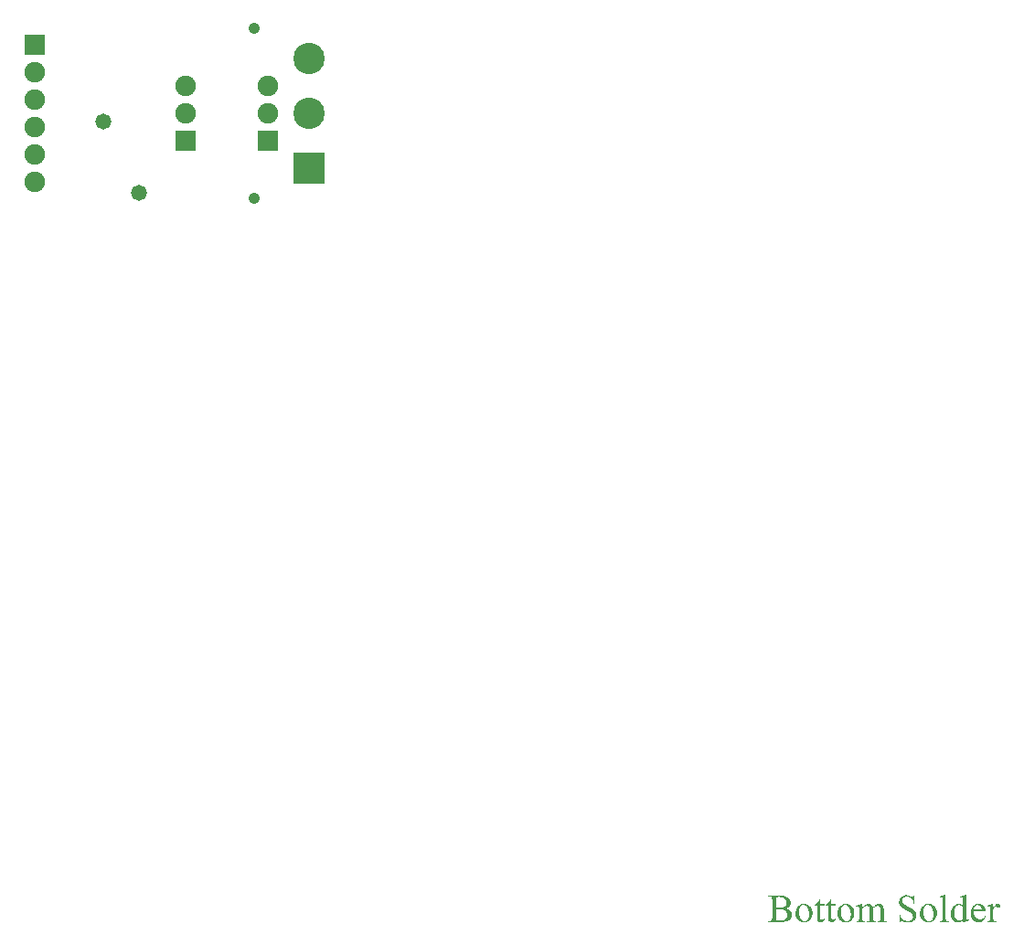
<source format=gbr>
%TF.GenerationSoftware,Altium Limited,Altium Designer,21.3.0 (21)*%
G04 Layer_Color=16711935*
%FSLAX45Y45*%
%MOMM*%
%TF.SameCoordinates,798F48EE-B9F3-42F3-8741-5E889E50E555*%
%TF.FilePolarity,Negative*%
%TF.FileFunction,Soldermask,Bot*%
%TF.Part,Single*%
G01*
G75*
%TA.AperFunction,ComponentPad*%
%ADD25C,2.90320*%
%ADD26R,2.90320X2.90320*%
%ADD27C,1.90320*%
%ADD28R,1.90320X1.90320*%
%ADD29R,1.90320X1.90320*%
%TA.AperFunction,ViaPad*%
%ADD30C,1.06680*%
%ADD31C,1.47320*%
G36*
X31326328Y12485784D02*
X31319556D01*
Y12486122D01*
Y12486799D01*
X31319217Y12488154D01*
X31318878Y12489846D01*
X31318542Y12491878D01*
X31318201Y12494248D01*
X31316849Y12499665D01*
X31315155Y12505760D01*
X31313123Y12512193D01*
X31310754Y12518287D01*
X31307706Y12524043D01*
Y12524382D01*
X31307367Y12524720D01*
X31306351Y12526413D01*
X31304321Y12529122D01*
X31301611Y12532508D01*
X31298227Y12536232D01*
X31294162Y12539957D01*
X31289423Y12543681D01*
X31284006Y12547067D01*
X31283328Y12547405D01*
X31281296Y12548421D01*
X31278250Y12549776D01*
X31274185Y12551468D01*
X31269446Y12552823D01*
X31264029Y12554177D01*
X31258273Y12555193D01*
X31252179Y12555531D01*
X31249130D01*
X31245746Y12554854D01*
X31241345Y12554177D01*
X31236603Y12552823D01*
X31231186Y12550791D01*
X31226108Y12547744D01*
X31221368Y12544020D01*
X31221030Y12543342D01*
X31219675Y12541988D01*
X31217642Y12539618D01*
X31215613Y12536571D01*
X31213242Y12532508D01*
X31211548Y12528106D01*
X31210193Y12523366D01*
X31209518Y12517949D01*
Y12517610D01*
Y12516256D01*
X31209857Y12513886D01*
X31210532Y12511516D01*
X31211209Y12508469D01*
X31212564Y12505083D01*
X31214597Y12501358D01*
X31216965Y12497972D01*
X31217642Y12497295D01*
X31218320Y12496618D01*
X31219336Y12495602D01*
X31220691Y12494248D01*
X31222723Y12492555D01*
X31225092Y12490524D01*
X31227802Y12488492D01*
X31231186Y12486122D01*
X31234912Y12483413D01*
X31239313Y12480366D01*
X31244052Y12476980D01*
X31249469Y12473595D01*
X31255902Y12470209D01*
X31262674Y12466146D01*
X31270123Y12462083D01*
X31270462Y12461744D01*
X31271478Y12461406D01*
X31273508Y12460390D01*
X31275540Y12459036D01*
X31278250Y12457681D01*
X31281635Y12455650D01*
X31288745Y12451587D01*
X31296194Y12447185D01*
X31303983Y12442445D01*
X31311093Y12438043D01*
X31313800Y12436012D01*
X31316510Y12433980D01*
X31317188Y12433642D01*
X31318542Y12432288D01*
X31320911Y12430256D01*
X31323618Y12427547D01*
X31326666Y12424162D01*
X31330051Y12420099D01*
X31333099Y12415697D01*
X31335809Y12410957D01*
X31336148Y12410280D01*
X31336823Y12408587D01*
X31337839Y12405878D01*
X31339194Y12402492D01*
X31340549Y12398429D01*
X31341565Y12393689D01*
X31342242Y12388610D01*
X31342581Y12383193D01*
Y12382855D01*
Y12381839D01*
Y12380485D01*
X31342242Y12378453D01*
X31341904Y12376083D01*
X31341565Y12373374D01*
X31339871Y12366941D01*
X31337164Y12359492D01*
X31335471Y12355429D01*
X31333438Y12351366D01*
X31331067Y12347303D01*
X31328021Y12343240D01*
X31324634Y12339178D01*
X31320911Y12335453D01*
X31320572Y12335115D01*
X31319894Y12334776D01*
X31318878Y12333760D01*
X31317188Y12332406D01*
X31314816Y12331052D01*
X31312445Y12329359D01*
X31309399Y12327327D01*
X31306012Y12325634D01*
X31302289Y12323941D01*
X31298227Y12321910D01*
X31293484Y12320217D01*
X31288745Y12318863D01*
X31283667Y12317508D01*
X31277911Y12316831D01*
X31272156Y12316154D01*
X31266061Y12315815D01*
X31262335D01*
X31259628Y12316154D01*
X31256580D01*
X31253195Y12316493D01*
X31246085Y12317508D01*
X31245746D01*
X31245068Y12317847D01*
X31243375Y12318185D01*
X31241345Y12318863D01*
X31237958Y12319540D01*
X31234235Y12320555D01*
X31229156Y12322248D01*
X31223059Y12323941D01*
X31222723D01*
X31222382Y12324280D01*
X31220352Y12324957D01*
X31217307Y12325634D01*
X31213919Y12326989D01*
X31210193Y12328004D01*
X31206470Y12328681D01*
X31203424Y12329359D01*
X31201053Y12329697D01*
X31200375D01*
X31198682Y12329359D01*
X31196313Y12328681D01*
X31193942Y12326989D01*
X31193604Y12326311D01*
X31192926Y12325634D01*
X31192587Y12324618D01*
X31191910Y12322926D01*
X31191235Y12321233D01*
X31190558Y12318863D01*
X31190219Y12315815D01*
X31183447D01*
Y12399107D01*
X31190219D01*
Y12398768D01*
X31190558Y12398091D01*
Y12396736D01*
X31190894Y12394705D01*
X31191571Y12392673D01*
X31191910Y12389965D01*
X31193265Y12384209D01*
X31195297Y12377776D01*
X31197327Y12371343D01*
X31199698Y12364910D01*
X31202408Y12359492D01*
X31202747Y12358815D01*
X31204099Y12357461D01*
X31205792Y12355091D01*
X31208502Y12352044D01*
X31211887Y12348658D01*
X31216290Y12344933D01*
X31221030Y12341548D01*
X31226785Y12338162D01*
X31227124D01*
X31227463Y12337823D01*
X31228479Y12337485D01*
X31229495Y12336807D01*
X31232880Y12335453D01*
X31237280Y12334099D01*
X31242697Y12332406D01*
X31248792Y12331052D01*
X31255225Y12330036D01*
X31262335Y12329697D01*
X31264368D01*
X31266061Y12330036D01*
X31270123Y12330374D01*
X31275201Y12331052D01*
X31280618Y12332744D01*
X31286713Y12334776D01*
X31292471Y12337485D01*
X31297549Y12341548D01*
X31298227Y12342225D01*
X31299579Y12343579D01*
X31301611Y12346288D01*
X31304321Y12349335D01*
X31306689Y12353398D01*
X31308722Y12358138D01*
X31310077Y12363555D01*
X31310754Y12369311D01*
Y12369650D01*
Y12371004D01*
X31310416Y12372697D01*
X31310077Y12375067D01*
X31309399Y12377776D01*
X31308722Y12380823D01*
X31307367Y12384209D01*
X31305673Y12387595D01*
X31305338Y12387933D01*
X31304660Y12389288D01*
X31303644Y12390981D01*
X31301950Y12393351D01*
X31299918Y12395721D01*
X31297211Y12398768D01*
X31294162Y12401815D01*
X31290439Y12404862D01*
X31290100Y12405201D01*
X31288745Y12405878D01*
X31286374Y12407232D01*
X31285022Y12408248D01*
X31282990Y12409603D01*
X31280618Y12410957D01*
X31277911Y12412650D01*
X31274863Y12414343D01*
X31271140Y12416374D01*
X31267075Y12418744D01*
X31262674Y12421453D01*
X31257596Y12424162D01*
X31251840Y12427209D01*
X31251501Y12427547D01*
X31250485Y12427886D01*
X31248792Y12428902D01*
X31246762Y12430256D01*
X31244391Y12431610D01*
X31241345Y12433303D01*
X31234573Y12437366D01*
X31227463Y12441768D01*
X31220013Y12446508D01*
X31213242Y12450910D01*
X31210193Y12452941D01*
X31207486Y12454973D01*
X31206808Y12455311D01*
X31205453Y12456665D01*
X31203085Y12459036D01*
X31200375Y12461744D01*
X31196991Y12465130D01*
X31193942Y12469193D01*
X31190558Y12473256D01*
X31187848Y12477996D01*
X31187509Y12478673D01*
X31186832Y12480366D01*
X31185815Y12482736D01*
X31184464Y12486122D01*
X31183109Y12490185D01*
X31182092Y12494925D01*
X31181415Y12500343D01*
X31181076Y12505760D01*
Y12506098D01*
Y12506776D01*
Y12508469D01*
X31181415Y12510161D01*
X31181754Y12512531D01*
X31182092Y12514902D01*
X31183447Y12521335D01*
X31185815Y12528106D01*
X31187509Y12531831D01*
X31189542Y12535894D01*
X31191910Y12539618D01*
X31194620Y12543342D01*
X31197668Y12547067D01*
X31201053Y12550791D01*
X31201392Y12551130D01*
X31202069Y12551468D01*
X31203085Y12552484D01*
X31204776Y12553838D01*
X31206470Y12555193D01*
X31208841Y12556886D01*
X31211887Y12558579D01*
X31214935Y12560272D01*
X31218320Y12561964D01*
X31222382Y12563657D01*
X31230847Y12566705D01*
X31240668Y12569075D01*
X31246085Y12569413D01*
X31251840Y12569752D01*
X31255225D01*
X31256918Y12569413D01*
X31258951D01*
X31264368Y12568736D01*
X31270462Y12567382D01*
X31277234Y12565689D01*
X31284683Y12563319D01*
X31292807Y12560272D01*
X31293146Y12559933D01*
X31294501Y12559594D01*
X31296194Y12558917D01*
X31298563Y12558240D01*
X31302966Y12556547D01*
X31305338Y12556209D01*
X31307028Y12555870D01*
X31307706D01*
X31309738Y12556209D01*
X31312109Y12556886D01*
X31314478Y12558579D01*
X31315155Y12559256D01*
X31315494Y12559933D01*
X31316171Y12560949D01*
X31317188Y12562642D01*
X31317862Y12564335D01*
X31318878Y12566705D01*
X31319556Y12569752D01*
X31326328D01*
Y12485784D01*
D02*
G37*
G36*
X31805084Y12385902D02*
Y12385563D01*
Y12384547D01*
Y12383193D01*
Y12381162D01*
Y12379130D01*
Y12376422D01*
Y12370666D01*
X31805423Y12364571D01*
Y12358815D01*
X31805759Y12356445D01*
Y12354075D01*
X31806100Y12352044D01*
Y12350689D01*
Y12350351D01*
X31806436Y12349674D01*
X31806775Y12348658D01*
X31807114Y12347303D01*
X31808469Y12344256D01*
X31809485Y12342902D01*
X31810501Y12341886D01*
X31811176Y12341548D01*
X31812531Y12340870D01*
X31814902Y12339855D01*
X31817609Y12339516D01*
X31818625D01*
X31819641Y12339855D01*
X31820996D01*
X31822690Y12340193D01*
X31825058Y12340870D01*
X31827768Y12341548D01*
X31830478Y12342563D01*
X31832507Y12336130D01*
X31783752Y12316154D01*
X31775626D01*
Y12339516D01*
X31774948Y12338839D01*
X31773596Y12337485D01*
X31771225Y12335115D01*
X31768179Y12332744D01*
X31764453Y12329697D01*
X31760391Y12326650D01*
X31756326Y12323941D01*
X31751926Y12321571D01*
X31751248Y12321233D01*
X31749893Y12320894D01*
X31747525Y12319878D01*
X31744476Y12318863D01*
X31740753Y12317847D01*
X31736688Y12317170D01*
X31731949Y12316493D01*
X31727209Y12316154D01*
X31724500D01*
X31722809Y12316493D01*
X31720438Y12316831D01*
X31717728Y12317508D01*
X31711295Y12318863D01*
X31703848Y12321571D01*
X31699783Y12323264D01*
X31696060Y12325634D01*
X31691998Y12328004D01*
X31687933Y12331052D01*
X31683871Y12334437D01*
X31680145Y12338500D01*
X31679807Y12338839D01*
X31679129Y12339516D01*
X31678452Y12340870D01*
X31677100Y12342563D01*
X31675406Y12344933D01*
X31673712Y12347303D01*
X31672021Y12350689D01*
X31670328Y12354075D01*
X31668295Y12358138D01*
X31666602Y12362540D01*
X31664911Y12367280D01*
X31663217Y12372359D01*
X31661862Y12377776D01*
X31661185Y12383532D01*
X31660507Y12389626D01*
X31660172Y12396059D01*
Y12396398D01*
Y12397752D01*
Y12399445D01*
X31660507Y12402154D01*
X31660846Y12405201D01*
X31661185Y12408925D01*
X31661862Y12412988D01*
X31662878Y12417390D01*
X31664233Y12422469D01*
X31665588Y12427547D01*
X31667279Y12432965D01*
X31669312Y12438382D01*
X31672021Y12443799D01*
X31675067Y12449555D01*
X31678452Y12455311D01*
X31682178Y12460728D01*
X31682516Y12461067D01*
X31683194Y12462083D01*
X31684549Y12463437D01*
X31686240Y12465469D01*
X31688272Y12467500D01*
X31690982Y12470209D01*
X31694366Y12472579D01*
X31697751Y12475626D01*
X31701816Y12478335D01*
X31705878Y12481043D01*
X31710620Y12483413D01*
X31715698Y12485445D01*
X31721115Y12487476D01*
X31726871Y12488831D01*
X31732965Y12489846D01*
X31739398Y12490185D01*
X31741431D01*
X31743121Y12489846D01*
X31744815D01*
X31747186Y12489508D01*
X31752264Y12488492D01*
X31758020Y12486799D01*
X31764114Y12484091D01*
X31769870Y12480705D01*
X31775626Y12475965D01*
Y12507114D01*
Y12507453D01*
Y12508469D01*
Y12509823D01*
Y12511516D01*
Y12513886D01*
Y12516256D01*
Y12521673D01*
X31775287Y12527768D01*
X31774948Y12533185D01*
Y12535894D01*
X31774612Y12537925D01*
Y12539957D01*
X31774271Y12541311D01*
Y12541650D01*
X31773932Y12542327D01*
X31773596Y12543342D01*
X31773257Y12544697D01*
X31771902Y12547744D01*
X31770886Y12549098D01*
X31769870Y12550114D01*
X31769531Y12550453D01*
X31767838Y12551468D01*
X31765808Y12552146D01*
X31762759Y12552484D01*
X31760730D01*
X31759375Y12552146D01*
X31757681Y12551807D01*
X31755649Y12551468D01*
X31750232Y12549776D01*
X31748203Y12556209D01*
X31796957Y12576185D01*
X31805084D01*
Y12385902D01*
D02*
G37*
G36*
X31001965Y12489846D02*
X31005014Y12489508D01*
X31008401Y12488492D01*
X31012463Y12487476D01*
X31016187Y12485784D01*
X31020251Y12483413D01*
X31020587Y12483075D01*
X31021942Y12482059D01*
X31023636Y12480366D01*
X31026007Y12477996D01*
X31028714Y12474949D01*
X31031424Y12471224D01*
X31034131Y12466823D01*
X31036502Y12461406D01*
X31036841Y12461067D01*
X31037180Y12459374D01*
X31037857Y12457004D01*
X31038531Y12453280D01*
X31039209Y12448878D01*
X31039886Y12443122D01*
X31040564Y12436689D01*
Y12428902D01*
Y12358477D01*
Y12357800D01*
Y12356107D01*
Y12353398D01*
X31040903Y12350012D01*
X31041580Y12342902D01*
X31041919Y12339855D01*
X31042596Y12337146D01*
X31042935Y12336469D01*
X31044290Y12334776D01*
X31046320Y12332744D01*
X31049368Y12330374D01*
X31049707D01*
X31050385Y12330036D01*
X31051398Y12329697D01*
X31053091Y12329020D01*
X31055124Y12328681D01*
X31057831Y12328004D01*
X31061218Y12327666D01*
X31064944D01*
Y12321233D01*
X30984360D01*
Y12327666D01*
X30989438D01*
X30991470Y12328004D01*
X30993839Y12328343D01*
X30998920Y12329359D01*
X31001627Y12330374D01*
X31003998Y12331729D01*
X31004337D01*
X31004675Y12332406D01*
X31006369Y12333760D01*
X31008060Y12336807D01*
X31009076Y12338500D01*
X31009753Y12340870D01*
Y12341209D01*
X31010092Y12341548D01*
Y12342563D01*
X31010431Y12344256D01*
Y12346626D01*
X31010770Y12349674D01*
Y12353398D01*
Y12358477D01*
Y12428563D01*
Y12428902D01*
Y12429579D01*
Y12430595D01*
Y12431949D01*
X31010431Y12435335D01*
X31010092Y12439736D01*
X31009415Y12444138D01*
X31008737Y12448878D01*
X31007385Y12453280D01*
X31005692Y12457004D01*
X31005353Y12457343D01*
X31004337Y12458697D01*
X31002643Y12460728D01*
X31000275Y12462760D01*
X30997226Y12464791D01*
X30993164Y12466823D01*
X30988763Y12468177D01*
X30983344Y12468516D01*
X30981653D01*
X30979959Y12468177D01*
X30977249Y12467839D01*
X30974542Y12467162D01*
X30971155Y12466484D01*
X30967770Y12465130D01*
X30964044Y12463437D01*
X30963708Y12463099D01*
X30962354Y12462421D01*
X30960321Y12461406D01*
X30957611Y12459374D01*
X30954227Y12457004D01*
X30950500Y12453957D01*
X30945761Y12450232D01*
X30941022Y12445831D01*
X30940683Y12444138D01*
X30941360Y12436351D01*
Y12358477D01*
Y12358138D01*
Y12357800D01*
Y12355768D01*
Y12352721D01*
X30941699Y12349335D01*
Y12345611D01*
X30942038Y12342225D01*
X30942377Y12339178D01*
X30943054Y12337146D01*
X30943393Y12336469D01*
X30944745Y12334776D01*
X30946777Y12332744D01*
X30950162Y12330374D01*
X30950500D01*
X30951178Y12330036D01*
X30952533Y12329697D01*
X30954227Y12329020D01*
X30956595Y12328681D01*
X30959644Y12328004D01*
X30963367Y12327666D01*
X30967770D01*
Y12321233D01*
X30885156D01*
Y12327666D01*
X30887186D01*
X30889557Y12328004D01*
X30892267D01*
X30898361Y12329020D01*
X30901068Y12329697D01*
X30903439Y12330713D01*
X30903778D01*
X30904117Y12331390D01*
X30906149Y12333083D01*
X30908517Y12336130D01*
X30910550Y12340532D01*
Y12340870D01*
X30910889Y12341209D01*
Y12342225D01*
X30911227Y12343918D01*
Y12346288D01*
X30911566Y12349335D01*
Y12353398D01*
Y12358477D01*
Y12428563D01*
Y12428902D01*
Y12429579D01*
Y12430595D01*
Y12431949D01*
X30911227Y12435335D01*
X30910889Y12439736D01*
X30910211Y12444477D01*
X30908856Y12449217D01*
X30907501Y12453618D01*
X30905472Y12457343D01*
X30905133Y12458020D01*
X30904117Y12459374D01*
X30902423Y12461067D01*
X30899716Y12463437D01*
X30896667Y12465469D01*
X30892944Y12467500D01*
X30888541Y12468854D01*
X30883463Y12469193D01*
X30881769D01*
X30880078Y12468854D01*
X30877707Y12468516D01*
X30874661Y12467839D01*
X30871613Y12466823D01*
X30867889Y12465469D01*
X30864502Y12463776D01*
X30863824Y12463437D01*
X30862131Y12462421D01*
X30859424Y12460728D01*
X30856039Y12458697D01*
X30852313Y12455988D01*
X30848590Y12452941D01*
X30845203Y12449555D01*
X30841818Y12445831D01*
Y12358477D01*
Y12358138D01*
Y12357800D01*
Y12355768D01*
Y12353059D01*
X30842157Y12349674D01*
Y12346288D01*
X30842834Y12342563D01*
X30843170Y12339516D01*
X30843848Y12337146D01*
Y12336807D01*
X30844186Y12336469D01*
X30845541Y12334437D01*
X30847574Y12332067D01*
X30850281Y12330036D01*
X30850620D01*
X30851297Y12329697D01*
X30852313Y12329359D01*
X30854346Y12329020D01*
X30856714Y12328343D01*
X30859763Y12328004D01*
X30863486Y12327666D01*
X30868228D01*
Y12321233D01*
X30786966D01*
Y12327666D01*
X30790692D01*
X30793060Y12328004D01*
X30798141Y12328681D01*
X30800510Y12329359D01*
X30802542Y12330036D01*
X30802881D01*
X30803220Y12330374D01*
X30805249Y12331729D01*
X30807620Y12334099D01*
X30809653Y12337485D01*
Y12337823D01*
X30809991Y12338500D01*
X30810330Y12340193D01*
X30811005Y12342225D01*
X30811346Y12344933D01*
X30811682Y12348658D01*
X30812021Y12353059D01*
Y12358477D01*
Y12421114D01*
Y12421453D01*
Y12422130D01*
Y12423484D01*
Y12425516D01*
Y12427547D01*
Y12429917D01*
X30811682Y12435673D01*
Y12441429D01*
X30811346Y12447185D01*
X30811005Y12452264D01*
X30810669Y12454295D01*
X30810330Y12455988D01*
Y12456327D01*
X30809991Y12457004D01*
X30809314Y12459036D01*
X30807959Y12461744D01*
X30807281Y12462760D01*
X30806265Y12463776D01*
X30805927Y12464114D01*
X30804236Y12465130D01*
X30801865Y12465807D01*
X30798816Y12466146D01*
X30796786D01*
X30795432Y12465807D01*
X30791708Y12465130D01*
X30786627Y12463776D01*
X30784259Y12470209D01*
X30834030Y12490185D01*
X30841818D01*
Y12454973D01*
X30842157Y12455311D01*
X30842493Y12455650D01*
X30844525Y12457681D01*
X30847574Y12460728D01*
X30850958Y12464453D01*
X30854684Y12467839D01*
X30858069Y12471224D01*
X30860779Y12473933D01*
X30862131Y12474949D01*
X30862808Y12475626D01*
X30863147Y12475965D01*
X30864163Y12476642D01*
X30865857Y12477996D01*
X30867889Y12479350D01*
X30870258Y12481043D01*
X30873306Y12483075D01*
X30879739Y12486122D01*
X30880078Y12486461D01*
X30881430Y12486799D01*
X30883124Y12487476D01*
X30885495Y12488154D01*
X30888541Y12488831D01*
X30891589Y12489508D01*
X30894974Y12490185D01*
X30901068D01*
X30903778Y12489846D01*
X30907501Y12489169D01*
X30911566Y12487815D01*
X30915967Y12486461D01*
X30920367Y12484091D01*
X30924771Y12481043D01*
X30925107Y12480705D01*
X30926462Y12479350D01*
X30928494Y12477319D01*
X30930865Y12474272D01*
X30933234Y12470547D01*
X30935944Y12466146D01*
X30937973Y12461067D01*
X30939667Y12454973D01*
X30940005Y12455311D01*
X30940344Y12455988D01*
X30941360Y12457004D01*
X30942715Y12458358D01*
X30946100Y12462083D01*
X30950500Y12466823D01*
X30955582Y12471563D01*
X30960660Y12475965D01*
X30965738Y12480366D01*
X30968448Y12482059D01*
X30970816Y12483413D01*
X30971494Y12483752D01*
X30973187Y12484429D01*
X30975558Y12485445D01*
X30978943Y12486799D01*
X30983005Y12488154D01*
X30987408Y12489169D01*
X30992148Y12489846D01*
X30997226Y12490185D01*
X30999258D01*
X31001965Y12489846D01*
D02*
G37*
G36*
X32099310D02*
X32101682Y12489508D01*
X32104050Y12488831D01*
X32107098Y12487476D01*
X32109808Y12486122D01*
X32112177Y12484091D01*
X32112515Y12483752D01*
X32113193Y12483075D01*
X32114209Y12481721D01*
X32115564Y12480028D01*
X32116916Y12477996D01*
X32117932Y12475626D01*
X32118610Y12472917D01*
X32118948Y12470209D01*
Y12469870D01*
Y12469193D01*
X32118610Y12467839D01*
X32118271Y12466146D01*
X32116916Y12462083D01*
X32115900Y12460390D01*
X32114209Y12458358D01*
X32113870Y12458020D01*
X32113531Y12457681D01*
X32112515Y12457004D01*
X32111160Y12455988D01*
X32107437Y12454295D01*
X32105405Y12453957D01*
X32103036Y12453618D01*
X32102020D01*
X32100665Y12453957D01*
X32098972Y12454295D01*
X32096603Y12454973D01*
X32094232Y12456327D01*
X32091522Y12457681D01*
X32088815Y12459713D01*
X32088477Y12460051D01*
X32087460Y12460728D01*
X32086105Y12461744D01*
X32084412Y12463099D01*
X32080688Y12465130D01*
X32078995Y12465807D01*
X32077304Y12466146D01*
X32076627D01*
X32075272Y12465807D01*
X32073239Y12464453D01*
X32071887Y12463776D01*
X32070532Y12462421D01*
X32070193Y12462083D01*
X32069177Y12461067D01*
X32067484Y12459036D01*
X32065454Y12456665D01*
X32063083Y12453280D01*
X32060034Y12448878D01*
X32056989Y12443799D01*
X32053940Y12438043D01*
Y12359492D01*
Y12358815D01*
Y12357122D01*
X32054279Y12354752D01*
Y12351705D01*
X32055295Y12344933D01*
X32056311Y12341548D01*
X32057327Y12338839D01*
Y12338500D01*
X32057666Y12338162D01*
X32059357Y12336130D01*
X32061728Y12333422D01*
X32065454Y12330713D01*
X32065790D01*
X32066467Y12330374D01*
X32067822Y12329697D01*
X32069855Y12329359D01*
X32072223Y12328681D01*
X32075272Y12328004D01*
X32078656Y12327666D01*
X32082721D01*
Y12321233D01*
X31998413D01*
Y12327666D01*
X32000446D01*
X32002475Y12328004D01*
X32005185D01*
X32011279Y12329359D01*
X32014328Y12330036D01*
X32016696Y12331390D01*
X32017035D01*
X32017374Y12332067D01*
X32019406Y12333760D01*
X32021436Y12336807D01*
X32023129Y12340870D01*
Y12341209D01*
X32023468Y12341548D01*
Y12342563D01*
X32023807Y12344256D01*
Y12346626D01*
X32024146Y12349674D01*
Y12353398D01*
Y12358477D01*
Y12421792D01*
Y12422130D01*
Y12423146D01*
Y12424500D01*
Y12426193D01*
Y12428563D01*
Y12430933D01*
Y12436689D01*
X32023807Y12442445D01*
X32023468Y12448201D01*
Y12450571D01*
X32023129Y12452602D01*
Y12454295D01*
X32022791Y12455650D01*
Y12455988D01*
X32022452Y12456665D01*
X32021774Y12458697D01*
X32020422Y12461406D01*
X32018390Y12463776D01*
X32017712Y12464114D01*
X32016357Y12465130D01*
X32013989Y12465807D01*
X32010602Y12466146D01*
X32008572D01*
X32006879Y12465807D01*
X32003152Y12465130D01*
X31998074Y12463776D01*
X31996381Y12470209D01*
X32046152Y12490185D01*
X32053940D01*
Y12452941D01*
X32054279Y12453280D01*
X32054956Y12454634D01*
X32055972Y12456327D01*
X32057327Y12458697D01*
X32059357Y12461744D01*
X32061389Y12464791D01*
X32066806Y12471563D01*
X32073239Y12478335D01*
X32076627Y12481721D01*
X32080350Y12484429D01*
X32084076Y12486799D01*
X32087799Y12488492D01*
X32091861Y12489846D01*
X32095926Y12490185D01*
X32097617D01*
X32099310Y12489846D01*
D02*
G37*
G36*
X31614124Y12358477D02*
Y12357800D01*
Y12356107D01*
Y12353398D01*
X31614462Y12350012D01*
Y12346626D01*
X31615137Y12343240D01*
X31615479Y12340193D01*
X31616153Y12337823D01*
Y12337485D01*
X31616492Y12337146D01*
X31617847Y12335115D01*
X31619879Y12332406D01*
X31622925Y12330036D01*
X31623264D01*
X31623941Y12329697D01*
X31624957Y12329359D01*
X31626990Y12329020D01*
X31629358Y12328343D01*
X31632407Y12328004D01*
X31636130Y12327666D01*
X31640533D01*
Y12321233D01*
X31559949D01*
Y12327666D01*
X31563675D01*
X31566043Y12328004D01*
X31571124Y12328681D01*
X31573492Y12329020D01*
X31575186Y12329697D01*
X31575525D01*
X31575864Y12330036D01*
X31577557Y12331729D01*
X31579926Y12334099D01*
X31581958Y12337485D01*
Y12337823D01*
X31582297Y12338500D01*
X31582635Y12340193D01*
X31583313Y12342225D01*
X31583649Y12344933D01*
X31583990Y12348658D01*
X31584326Y12353059D01*
Y12358477D01*
Y12507791D01*
Y12508130D01*
Y12509146D01*
Y12510500D01*
Y12512193D01*
Y12514224D01*
Y12516933D01*
Y12522350D01*
X31583990Y12528106D01*
X31583649Y12533524D01*
Y12535894D01*
X31583313Y12538264D01*
Y12539957D01*
X31582974Y12541311D01*
Y12541650D01*
X31582635Y12542327D01*
X31582297Y12543342D01*
X31581958Y12544697D01*
X31580603Y12547744D01*
X31579926Y12549098D01*
X31578909Y12550114D01*
X31578571Y12550453D01*
X31576880Y12551468D01*
X31574847Y12552146D01*
X31571799Y12552484D01*
X31570108D01*
X31568753Y12552146D01*
X31567059Y12551807D01*
X31565027Y12551468D01*
X31559949Y12549776D01*
X31557242Y12556209D01*
X31605997Y12576185D01*
X31614124D01*
Y12358477D01*
D02*
G37*
G36*
X30086780Y12563996D02*
X30093552Y12563657D01*
X30101001Y12563319D01*
X30109125Y12562642D01*
X30116913Y12561287D01*
X30124023Y12559933D01*
X30124362D01*
X30125378Y12559594D01*
X30126733Y12559256D01*
X30128424Y12558579D01*
X30130795Y12557901D01*
X30133167Y12556886D01*
X30139261Y12554516D01*
X30145694Y12551468D01*
X30152463Y12547405D01*
X30159235Y12542665D01*
X30164993Y12536909D01*
X30165329Y12536571D01*
X30165668Y12536232D01*
X30166345Y12535216D01*
X30167361Y12534201D01*
X30169394Y12530815D01*
X30172101Y12526075D01*
X30174811Y12520657D01*
X30176843Y12514224D01*
X30178534Y12507114D01*
X30179211Y12499327D01*
Y12498988D01*
Y12498650D01*
Y12497634D01*
Y12496280D01*
X30178534Y12492894D01*
X30177859Y12488492D01*
X30176505Y12483413D01*
X30174472Y12477658D01*
X30171762Y12472240D01*
X30168039Y12466484D01*
X30167361Y12465807D01*
X30166006Y12464114D01*
X30163300Y12461744D01*
X30159912Y12458358D01*
X30155173Y12454973D01*
X30149417Y12451587D01*
X30142984Y12448201D01*
X30135196Y12445154D01*
X30135535D01*
X30136212Y12444815D01*
X30137567Y12444477D01*
X30139261Y12444138D01*
X30141290Y12443461D01*
X30143661Y12442784D01*
X30149417Y12441091D01*
X30155511Y12438721D01*
X30161606Y12436012D01*
X30167700Y12432288D01*
X30172778Y12428225D01*
X30173117Y12427886D01*
X30173456Y12427547D01*
X30174472Y12426532D01*
X30175488Y12425177D01*
X30178195Y12421792D01*
X30181583Y12417051D01*
X30184967Y12410957D01*
X30187677Y12404185D01*
X30189709Y12396398D01*
X30190048Y12391996D01*
X30190384Y12387595D01*
Y12387256D01*
Y12386918D01*
Y12385902D01*
Y12384547D01*
X30189709Y12381162D01*
X30189032Y12376422D01*
X30187677Y12371343D01*
X30185645Y12365587D01*
X30182599Y12359154D01*
X30178873Y12353059D01*
Y12352721D01*
X30178195Y12352382D01*
X30176843Y12350351D01*
X30174133Y12347303D01*
X30170749Y12343918D01*
X30166006Y12339855D01*
X30160590Y12335792D01*
X30154495Y12332067D01*
X30147385Y12328681D01*
X30147046D01*
X30146371Y12328343D01*
X30145355Y12328004D01*
X30143661Y12327666D01*
X30141629Y12326989D01*
X30138922Y12326311D01*
X30135873Y12325634D01*
X30132150Y12324957D01*
X30128085Y12324280D01*
X30123685Y12323603D01*
X30118607Y12322926D01*
X30113190Y12322248D01*
X30107434Y12321910D01*
X30101001Y12321571D01*
X30093890Y12321233D01*
X29972000D01*
Y12328004D01*
X29983173D01*
X29985883Y12328681D01*
X29989267Y12329359D01*
X29992654Y12330374D01*
X29996378Y12332067D01*
X29999765Y12334437D01*
X30002472Y12337485D01*
X30002811Y12337823D01*
X30003149Y12338839D01*
X30003827Y12340532D01*
X30004843Y12343240D01*
X30005521Y12346626D01*
X30006198Y12351366D01*
X30006534Y12357122D01*
X30006873Y12360508D01*
Y12364233D01*
Y12521335D01*
Y12521673D01*
Y12522350D01*
Y12523366D01*
Y12525059D01*
X30006534Y12528783D01*
X30006198Y12533185D01*
X30005521Y12537925D01*
X30004504Y12542665D01*
X30003149Y12546728D01*
X30002472Y12548083D01*
X30001456Y12549437D01*
X30001117Y12549776D01*
X30000101Y12550791D01*
X29998749Y12552146D01*
X29996378Y12553500D01*
X29993332Y12554854D01*
X29989944Y12556209D01*
X29985544Y12557224D01*
X29980804Y12557563D01*
X29972000D01*
Y12564335D01*
X30084070D01*
X30086780Y12563996D01*
D02*
G37*
G36*
X30555038Y12485445D02*
X30593298D01*
Y12473256D01*
X30555038Y12472917D01*
Y12366264D01*
Y12365925D01*
Y12365587D01*
Y12363555D01*
X30555377Y12360847D01*
X30555716Y12357461D01*
X30556055Y12353737D01*
X30557071Y12350351D01*
X30558084Y12346965D01*
X30559439Y12344595D01*
X30559778Y12344256D01*
X30560117Y12343918D01*
X30561133Y12342902D01*
X30562488Y12341886D01*
X30566211Y12340193D01*
X30568582Y12339516D01*
X30570953Y12339178D01*
X30571967D01*
X30573322Y12339516D01*
X30574677D01*
X30578400Y12340532D01*
X30582462Y12342563D01*
X30582803Y12342902D01*
X30583478Y12343240D01*
X30584494Y12344256D01*
X30585849Y12345272D01*
X30587204Y12346965D01*
X30588559Y12348996D01*
X30589911Y12351028D01*
X30591266Y12353737D01*
X30598376D01*
Y12353398D01*
X30598038Y12353059D01*
X30597360Y12351028D01*
X30595667Y12347642D01*
X30593637Y12343918D01*
X30591266Y12339516D01*
X30588220Y12335115D01*
X30584494Y12331052D01*
X30580432Y12327327D01*
X30580093Y12326989D01*
X30578400Y12325973D01*
X30576031Y12324618D01*
X30573322Y12322926D01*
X30569598Y12321233D01*
X30565533Y12319878D01*
X30561133Y12318863D01*
X30556732Y12318524D01*
X30555377D01*
X30553683Y12318863D01*
X30551651Y12319201D01*
X30549283Y12319540D01*
X30546573Y12320555D01*
X30543527Y12321571D01*
X30540479Y12322926D01*
X30540140Y12323264D01*
X30539124Y12323941D01*
X30537772Y12324957D01*
X30536078Y12326311D01*
X30534384Y12328343D01*
X30532352Y12330374D01*
X30530661Y12333083D01*
X30528967Y12336130D01*
Y12336469D01*
X30528290Y12337823D01*
X30527951Y12339855D01*
X30527274Y12342563D01*
X30526596Y12346288D01*
X30525919Y12350689D01*
X30525583Y12356107D01*
X30525244Y12362540D01*
Y12473256D01*
X30499173D01*
Y12478673D01*
X30499512Y12479012D01*
X30500864Y12479350D01*
X30502896Y12480366D01*
X30505267Y12481721D01*
X30508313Y12483752D01*
X30511700Y12486122D01*
X30515424Y12488831D01*
X30519150Y12491878D01*
X30519489Y12492217D01*
X30520840Y12493571D01*
X30522873Y12495602D01*
X30525583Y12498311D01*
X30528290Y12501358D01*
X30531339Y12505421D01*
X30534723Y12509484D01*
X30537772Y12514224D01*
X30538110Y12514563D01*
X30538449Y12515579D01*
X30539462Y12517272D01*
X30540817Y12519980D01*
X30542511Y12523366D01*
X30544543Y12527768D01*
X30546912Y12532846D01*
X30549622Y12539279D01*
X30555038D01*
Y12485445D01*
D02*
G37*
G36*
X30453125D02*
X30491385D01*
Y12473256D01*
X30453125Y12472917D01*
Y12366264D01*
Y12365925D01*
Y12365587D01*
Y12363555D01*
X30453464Y12360847D01*
X30453802Y12357461D01*
X30454141Y12353737D01*
X30455157Y12350351D01*
X30456171Y12346965D01*
X30457526Y12344595D01*
X30457864Y12344256D01*
X30458203Y12343918D01*
X30459219Y12342902D01*
X30460574Y12341886D01*
X30464297Y12340193D01*
X30466669Y12339516D01*
X30469037Y12339178D01*
X30470053D01*
X30471408Y12339516D01*
X30472763D01*
X30476486Y12340532D01*
X30480551Y12342563D01*
X30480890Y12342902D01*
X30481567Y12343240D01*
X30482581Y12344256D01*
X30483936Y12345272D01*
X30485291Y12346965D01*
X30486646Y12348996D01*
X30488000Y12351028D01*
X30489352Y12353737D01*
X30496463D01*
Y12353398D01*
X30496124Y12353059D01*
X30495447Y12351028D01*
X30493756Y12347642D01*
X30491724Y12343918D01*
X30489352Y12339516D01*
X30486307Y12335115D01*
X30482581Y12331052D01*
X30478519Y12327327D01*
X30478180Y12326989D01*
X30476486Y12325973D01*
X30474118Y12324618D01*
X30471408Y12322926D01*
X30467685Y12321233D01*
X30463620Y12319878D01*
X30459219Y12318863D01*
X30454819Y12318524D01*
X30453464D01*
X30451770Y12318863D01*
X30449738Y12319201D01*
X30447369Y12319540D01*
X30444659Y12320555D01*
X30441614Y12321571D01*
X30438565Y12322926D01*
X30438226Y12323264D01*
X30437213Y12323941D01*
X30435858Y12324957D01*
X30434164Y12326311D01*
X30432471Y12328343D01*
X30430441Y12330374D01*
X30428748Y12333083D01*
X30427054Y12336130D01*
Y12336469D01*
X30426376Y12337823D01*
X30426038Y12339855D01*
X30425360Y12342563D01*
X30424683Y12346288D01*
X30424008Y12350689D01*
X30423669Y12356107D01*
X30423331Y12362540D01*
Y12473256D01*
X30397260D01*
Y12478673D01*
X30397598Y12479012D01*
X30398953Y12479350D01*
X30400983Y12480366D01*
X30403354Y12481721D01*
X30406400Y12483752D01*
X30409787Y12486122D01*
X30413510Y12488831D01*
X30417236Y12491878D01*
X30417575Y12492217D01*
X30418927Y12493571D01*
X30420959Y12495602D01*
X30423669Y12498311D01*
X30426376Y12501358D01*
X30429425Y12505421D01*
X30432809Y12509484D01*
X30435858Y12514224D01*
X30436197Y12514563D01*
X30436536Y12515579D01*
X30437549Y12517272D01*
X30438904Y12519980D01*
X30440598Y12523366D01*
X30442630Y12527768D01*
X30444998Y12532846D01*
X30447708Y12539279D01*
X30453125D01*
Y12485445D01*
D02*
G37*
G36*
X31925281Y12489846D02*
X31927649Y12489508D01*
X31930359Y12489169D01*
X31936792Y12487815D01*
X31943903Y12485784D01*
X31951349Y12482398D01*
X31955075Y12480366D01*
X31958798Y12477996D01*
X31962524Y12475287D01*
X31965909Y12471902D01*
X31966248Y12471563D01*
X31966586Y12471224D01*
X31967603Y12469870D01*
X31968619Y12468516D01*
X31969971Y12466823D01*
X31971664Y12464453D01*
X31973358Y12462083D01*
X31975052Y12459036D01*
X31976404Y12455650D01*
X31978098Y12451925D01*
X31979791Y12447862D01*
X31981146Y12443799D01*
X31983176Y12433980D01*
X31983517Y12428563D01*
X31983853Y12423146D01*
X31870428D01*
Y12422807D01*
Y12421453D01*
Y12419760D01*
X31870767Y12417051D01*
Y12414004D01*
X31871445Y12410618D01*
X31871783Y12406555D01*
X31872461Y12402154D01*
X31874493Y12393012D01*
X31877878Y12383532D01*
X31879910Y12378792D01*
X31882281Y12374390D01*
X31884988Y12369988D01*
X31888037Y12365925D01*
X31888373Y12365587D01*
X31888712Y12364910D01*
X31889728Y12363894D01*
X31891083Y12362878D01*
X31892776Y12361185D01*
X31895145Y12359492D01*
X31899887Y12355768D01*
X31906320Y12351705D01*
X31913428Y12348658D01*
X31917154Y12347303D01*
X31921216Y12346288D01*
X31925620Y12345611D01*
X31930020Y12345272D01*
X31932727D01*
X31935776Y12345611D01*
X31939499Y12346288D01*
X31943903Y12347303D01*
X31948642Y12348996D01*
X31953381Y12351028D01*
X31958121Y12353737D01*
X31958798Y12354075D01*
X31960153Y12355429D01*
X31962524Y12357800D01*
X31965231Y12360847D01*
X31968619Y12365248D01*
X31972003Y12370327D01*
X31975391Y12376760D01*
X31978436Y12384547D01*
X31983853Y12380823D01*
Y12380485D01*
X31983517Y12379807D01*
Y12378453D01*
X31982837Y12376760D01*
X31982501Y12374390D01*
X31981485Y12372020D01*
X31979453Y12365925D01*
X31976743Y12359154D01*
X31973019Y12351705D01*
X31967941Y12343918D01*
X31961847Y12336130D01*
X31961508Y12335792D01*
X31961169Y12335115D01*
X31960153Y12334437D01*
X31958463Y12333083D01*
X31956769Y12331390D01*
X31954736Y12329697D01*
X31952365Y12328004D01*
X31949319Y12326311D01*
X31942886Y12322587D01*
X31935098Y12319201D01*
X31930698Y12317847D01*
X31926294Y12317170D01*
X31921555Y12316493D01*
X31916476Y12316154D01*
X31913766D01*
X31911398Y12316493D01*
X31909027Y12316831D01*
X31905981Y12317508D01*
X31902594Y12318185D01*
X31899210Y12318863D01*
X31891083Y12321571D01*
X31887021Y12323603D01*
X31882617Y12325634D01*
X31878555Y12328343D01*
X31874155Y12331390D01*
X31870090Y12334776D01*
X31866028Y12338839D01*
X31865689Y12339178D01*
X31865012Y12339855D01*
X31863995Y12341209D01*
X31862643Y12342902D01*
X31861288Y12345272D01*
X31859256Y12348319D01*
X31857562Y12351366D01*
X31855533Y12355091D01*
X31853500Y12359492D01*
X31851807Y12364233D01*
X31849777Y12369311D01*
X31848422Y12374729D01*
X31847067Y12380485D01*
X31846051Y12386918D01*
X31845374Y12393689D01*
X31845035Y12400799D01*
Y12401138D01*
Y12402492D01*
Y12404862D01*
X31845374Y12407910D01*
X31845712Y12411295D01*
X31846051Y12415358D01*
X31846729Y12419760D01*
X31847745Y12424839D01*
X31850113Y12435335D01*
X31852145Y12440752D01*
X31854178Y12446169D01*
X31856546Y12451587D01*
X31859256Y12457004D01*
X31862643Y12461744D01*
X31866367Y12466484D01*
X31866705Y12466823D01*
X31867383Y12467500D01*
X31868735Y12468516D01*
X31870428Y12470209D01*
X31872461Y12471902D01*
X31874832Y12473933D01*
X31877878Y12476303D01*
X31881265Y12478335D01*
X31884988Y12480705D01*
X31889050Y12482736D01*
X31893454Y12484768D01*
X31898532Y12486461D01*
X31903610Y12488154D01*
X31909027Y12489169D01*
X31914444Y12489846D01*
X31920538Y12490185D01*
X31923248D01*
X31925281Y12489846D01*
D02*
G37*
G36*
X31458035D02*
X31460406D01*
X31463791Y12489169D01*
X31467178Y12488831D01*
X31471240Y12487815D01*
X31475644Y12486799D01*
X31480383Y12485106D01*
X31485461Y12483413D01*
X31490201Y12481043D01*
X31495279Y12478335D01*
X31500360Y12474949D01*
X31505099Y12471224D01*
X31509839Y12466823D01*
X31514240Y12461744D01*
X31514581Y12461406D01*
X31514917Y12460728D01*
X31515933Y12459374D01*
X31517288Y12457343D01*
X31518643Y12455311D01*
X31520334Y12452264D01*
X31522028Y12449217D01*
X31524060Y12445831D01*
X31525754Y12441768D01*
X31527448Y12437366D01*
X31530493Y12427886D01*
X31531848Y12422807D01*
X31532864Y12417390D01*
X31533203Y12411973D01*
X31533539Y12406217D01*
Y12405878D01*
Y12405201D01*
Y12404185D01*
Y12402492D01*
X31533203Y12400461D01*
X31532864Y12398091D01*
X31532187Y12392335D01*
X31530832Y12385563D01*
X31529138Y12378114D01*
X31526431Y12369988D01*
X31522705Y12361524D01*
Y12361185D01*
X31522366Y12360508D01*
X31521689Y12359492D01*
X31520673Y12357800D01*
X31518304Y12353737D01*
X31515256Y12348658D01*
X31510855Y12343240D01*
X31506116Y12337485D01*
X31500360Y12332067D01*
X31493588Y12327327D01*
X31493250D01*
X31492911Y12326989D01*
X31491895Y12326311D01*
X31490201Y12325634D01*
X31488510Y12324618D01*
X31486478Y12323941D01*
X31481400Y12321910D01*
X31475305Y12319540D01*
X31468195Y12317847D01*
X31460745Y12316493D01*
X31452280Y12316154D01*
X31450589D01*
X31448895Y12316493D01*
X31446185D01*
X31443140Y12317170D01*
X31439413Y12317847D01*
X31435352Y12318524D01*
X31430951Y12319878D01*
X31426547Y12321571D01*
X31421808Y12323264D01*
X31416730Y12325634D01*
X31411990Y12328681D01*
X31406912Y12332067D01*
X31402170Y12335792D01*
X31397769Y12340532D01*
X31393365Y12345611D01*
X31393030Y12345949D01*
X31392691Y12346626D01*
X31391675Y12347981D01*
X31390659Y12350012D01*
X31389304Y12352382D01*
X31387610Y12355091D01*
X31385919Y12358138D01*
X31384225Y12361862D01*
X31382532Y12365925D01*
X31380841Y12369988D01*
X31377792Y12379469D01*
X31375760Y12390303D01*
X31375421Y12395721D01*
X31375085Y12401477D01*
Y12401815D01*
Y12402492D01*
Y12403847D01*
X31375421Y12405540D01*
Y12407571D01*
X31375760Y12409941D01*
X31376437Y12415697D01*
X31377792Y12422469D01*
X31379825Y12429917D01*
X31382532Y12438043D01*
X31386258Y12446508D01*
Y12446847D01*
X31386935Y12447524D01*
X31387274Y12448539D01*
X31388290Y12450232D01*
X31390659Y12454295D01*
X31394043Y12459036D01*
X31398447Y12464453D01*
X31403525Y12469870D01*
X31409280Y12474949D01*
X31415714Y12479350D01*
X31416052D01*
X31416391Y12479689D01*
X31417407Y12480366D01*
X31418762Y12481043D01*
X31422485Y12482736D01*
X31427563Y12484768D01*
X31433319Y12486799D01*
X31439752Y12488492D01*
X31446863Y12489846D01*
X31454312Y12490185D01*
X31456006D01*
X31458035Y12489846D01*
D02*
G37*
G36*
X30693179D02*
X30695551D01*
X30698935Y12489169D01*
X30702322Y12488831D01*
X30706384Y12487815D01*
X30710785Y12486799D01*
X30715527Y12485106D01*
X30720605Y12483413D01*
X30725345Y12481043D01*
X30730423Y12478335D01*
X30735501Y12474949D01*
X30740244Y12471224D01*
X30744983Y12466823D01*
X30749384Y12461744D01*
X30749722Y12461406D01*
X30750061Y12460728D01*
X30751077Y12459374D01*
X30752432Y12457343D01*
X30753787Y12455311D01*
X30755478Y12452264D01*
X30757172Y12449217D01*
X30759204Y12445831D01*
X30760895Y12441768D01*
X30762589Y12437366D01*
X30765637Y12427886D01*
X30766992Y12422807D01*
X30768005Y12417390D01*
X30768344Y12411973D01*
X30768683Y12406217D01*
Y12405878D01*
Y12405201D01*
Y12404185D01*
Y12402492D01*
X30768344Y12400461D01*
X30768005Y12398091D01*
X30767328Y12392335D01*
X30765976Y12385563D01*
X30764282Y12378114D01*
X30761572Y12369988D01*
X30757849Y12361524D01*
Y12361185D01*
X30757510Y12360508D01*
X30756833Y12359492D01*
X30755817Y12357800D01*
X30753448Y12353737D01*
X30750400Y12348658D01*
X30745999Y12343240D01*
X30741257Y12337485D01*
X30735501Y12332067D01*
X30728732Y12327327D01*
X30728391D01*
X30728055Y12326989D01*
X30727039Y12326311D01*
X30725345Y12325634D01*
X30723651Y12324618D01*
X30721622Y12323941D01*
X30716541Y12321910D01*
X30710446Y12319540D01*
X30703336Y12317847D01*
X30695889Y12316493D01*
X30687424Y12316154D01*
X30685730D01*
X30684039Y12316493D01*
X30681329D01*
X30678281Y12317170D01*
X30674557Y12317847D01*
X30670496Y12318524D01*
X30666092Y12319878D01*
X30661691Y12321571D01*
X30656952Y12323264D01*
X30651874Y12325634D01*
X30647134Y12328681D01*
X30642053Y12332067D01*
X30637314Y12335792D01*
X30632913Y12340532D01*
X30628510Y12345611D01*
X30628171Y12345949D01*
X30627832Y12346626D01*
X30626819Y12347981D01*
X30625803Y12350012D01*
X30624448Y12352382D01*
X30622754Y12355091D01*
X30621063Y12358138D01*
X30619370Y12361862D01*
X30617676Y12365925D01*
X30615982Y12369988D01*
X30612936Y12379469D01*
X30610904Y12390303D01*
X30610565Y12395721D01*
X30610226Y12401477D01*
Y12401815D01*
Y12402492D01*
Y12403847D01*
X30610565Y12405540D01*
Y12407571D01*
X30610904Y12409941D01*
X30611581Y12415697D01*
X30612936Y12422469D01*
X30614966Y12429917D01*
X30617676Y12438043D01*
X30621399Y12446508D01*
Y12446847D01*
X30622076Y12447524D01*
X30622415Y12448539D01*
X30623431Y12450232D01*
X30625803Y12454295D01*
X30629187Y12459036D01*
X30633588Y12464453D01*
X30638669Y12469870D01*
X30644424Y12474949D01*
X30650858Y12479350D01*
X30651196D01*
X30651535Y12479689D01*
X30652551Y12480366D01*
X30653903Y12481043D01*
X30657629Y12482736D01*
X30662708Y12484768D01*
X30668463Y12486799D01*
X30674896Y12488492D01*
X30682007Y12489846D01*
X30689456Y12490185D01*
X30691147D01*
X30693179Y12489846D01*
D02*
G37*
G36*
X30305841D02*
X30308212D01*
X30311597Y12489169D01*
X30314984Y12488831D01*
X30319046Y12487815D01*
X30323447Y12486799D01*
X30328189Y12485106D01*
X30333267Y12483413D01*
X30338007Y12481043D01*
X30343085Y12478335D01*
X30348166Y12474949D01*
X30352905Y12471224D01*
X30357645Y12466823D01*
X30362045Y12461744D01*
X30362384Y12461406D01*
X30362723Y12460728D01*
X30363739Y12459374D01*
X30365094Y12457343D01*
X30366449Y12455311D01*
X30368140Y12452264D01*
X30369833Y12449217D01*
X30371866Y12445831D01*
X30373557Y12441768D01*
X30375250Y12437366D01*
X30378299Y12427886D01*
X30379654Y12422807D01*
X30380667Y12417390D01*
X30381006Y12411973D01*
X30381345Y12406217D01*
Y12405878D01*
Y12405201D01*
Y12404185D01*
Y12402492D01*
X30381006Y12400461D01*
X30380667Y12398091D01*
X30379990Y12392335D01*
X30378638Y12385563D01*
X30376944Y12378114D01*
X30374234Y12369988D01*
X30370511Y12361524D01*
Y12361185D01*
X30370172Y12360508D01*
X30369495Y12359492D01*
X30368481Y12357800D01*
X30366110Y12353737D01*
X30363062Y12348658D01*
X30358661Y12343240D01*
X30353922Y12337485D01*
X30348166Y12332067D01*
X30341394Y12327327D01*
X30341055D01*
X30340717Y12326989D01*
X30339700Y12326311D01*
X30338007Y12325634D01*
X30336313Y12324618D01*
X30334283Y12323941D01*
X30329205Y12321910D01*
X30323111Y12319540D01*
X30316000Y12317847D01*
X30308551Y12316493D01*
X30300085Y12316154D01*
X30298392D01*
X30296701Y12316493D01*
X30293991D01*
X30290945Y12317170D01*
X30287219Y12317847D01*
X30283157Y12318524D01*
X30278754Y12319878D01*
X30274353Y12321571D01*
X30269614Y12323264D01*
X30264536Y12325634D01*
X30259796Y12328681D01*
X30254715Y12332067D01*
X30249976Y12335792D01*
X30245575Y12340532D01*
X30241174Y12345611D01*
X30240833Y12345949D01*
X30240497Y12346626D01*
X30239481Y12347981D01*
X30238464Y12350012D01*
X30237109Y12352382D01*
X30235416Y12355091D01*
X30233725Y12358138D01*
X30232031Y12361862D01*
X30230338Y12365925D01*
X30228644Y12369988D01*
X30225598Y12379469D01*
X30223566Y12390303D01*
X30223227Y12395721D01*
X30222888Y12401477D01*
Y12401815D01*
Y12402492D01*
Y12403847D01*
X30223227Y12405540D01*
Y12407571D01*
X30223566Y12409941D01*
X30224243Y12415697D01*
X30225598Y12422469D01*
X30227628Y12429917D01*
X30230338Y12438043D01*
X30234061Y12446508D01*
Y12446847D01*
X30234741Y12447524D01*
X30235077Y12448539D01*
X30236093Y12450232D01*
X30238464Y12454295D01*
X30241849Y12459036D01*
X30246252Y12464453D01*
X30251331Y12469870D01*
X30257086Y12474949D01*
X30263519Y12479350D01*
X30263858D01*
X30264197Y12479689D01*
X30265213Y12480366D01*
X30266565Y12481043D01*
X30270291Y12482736D01*
X30275369Y12484768D01*
X30281125Y12486799D01*
X30287558Y12488492D01*
X30294669Y12489846D01*
X30302118Y12490185D01*
X30303809D01*
X30305841Y12489846D01*
D02*
G37*
%LPC*%
G36*
X31737366Y12479012D02*
X31736688D01*
X31734659Y12478673D01*
X31731610Y12478335D01*
X31727887Y12477319D01*
X31723486Y12475626D01*
X31718744Y12472917D01*
X31714005Y12469532D01*
X31709265Y12464791D01*
X31708926Y12464453D01*
X31708588Y12463776D01*
X31707910Y12462760D01*
X31706894Y12461406D01*
X31705539Y12459374D01*
X31704187Y12457004D01*
X31702832Y12454295D01*
X31701138Y12450910D01*
X31699783Y12447524D01*
X31698090Y12443461D01*
X31696738Y12438721D01*
X31695721Y12433980D01*
X31694366Y12428563D01*
X31693689Y12422807D01*
X31693350Y12416713D01*
X31693011Y12410280D01*
Y12409941D01*
Y12408587D01*
Y12406894D01*
X31693350Y12404185D01*
Y12401138D01*
X31693689Y12397752D01*
X31694366Y12394028D01*
X31695044Y12389626D01*
X31696738Y12380823D01*
X31699445Y12371681D01*
X31703510Y12362540D01*
X31705878Y12358477D01*
X31708588Y12354752D01*
X31708926Y12354414D01*
X31709265Y12354075D01*
X31711295Y12351705D01*
X31714682Y12348658D01*
X31719083Y12345272D01*
X31724161Y12341886D01*
X31730255Y12338839D01*
X31736688Y12336469D01*
X31740076Y12336130D01*
X31743799Y12335792D01*
X31744476D01*
X31746509Y12336130D01*
X31749893Y12336807D01*
X31753958Y12337823D01*
X31758698Y12339855D01*
X31764114Y12342563D01*
X31769870Y12346626D01*
X31772580Y12349335D01*
X31775626Y12352044D01*
Y12436351D01*
Y12437028D01*
X31775287Y12438382D01*
X31774948Y12440752D01*
X31774271Y12443799D01*
X31773257Y12447185D01*
X31772241Y12450910D01*
X31770547Y12454634D01*
X31768854Y12458358D01*
X31768515Y12458697D01*
X31767838Y12460051D01*
X31766824Y12461744D01*
X31765131Y12464114D01*
X31763098Y12466484D01*
X31760730Y12469193D01*
X31757681Y12471563D01*
X31754633Y12473595D01*
X31754297Y12473933D01*
X31753281Y12474610D01*
X31751248Y12475287D01*
X31749216Y12476303D01*
X31746509Y12477319D01*
X31743799Y12478335D01*
X31740414Y12478673D01*
X31737366Y12479012D01*
D02*
G37*
G36*
X30079669Y12552484D02*
X30070526D01*
X30067142Y12552146D01*
X30062741D01*
X30057999Y12551468D01*
X30052582Y12550791D01*
X30046826Y12549776D01*
X30041409Y12548421D01*
Y12455311D01*
X30041748D01*
X30042426Y12454973D01*
X30043781D01*
X30045810Y12454634D01*
X30047842Y12454295D01*
X30050552Y12453957D01*
X30056308Y12453280D01*
X30061725D01*
X30064432Y12452941D01*
X30079330D01*
X30081363Y12453280D01*
X30084070D01*
X30089828Y12453618D01*
X30096259Y12454295D01*
X30102692Y12455311D01*
X30108786Y12456665D01*
X30114203Y12458358D01*
X30114883Y12458697D01*
X30116235Y12459374D01*
X30118607Y12460728D01*
X30121652Y12462760D01*
X30125040Y12465130D01*
X30128424Y12468177D01*
X30131473Y12471563D01*
X30134518Y12475626D01*
X30134857Y12476303D01*
X30135535Y12477658D01*
X30136890Y12480028D01*
X30138245Y12483075D01*
X30139261Y12486799D01*
X30140613Y12491201D01*
X30141290Y12495941D01*
X30141629Y12501020D01*
Y12501358D01*
Y12502035D01*
Y12503051D01*
X30141290Y12504744D01*
X30140613Y12508469D01*
X30139597Y12513547D01*
X30137228Y12519303D01*
X30134180Y12525398D01*
X30132150Y12528445D01*
X30129779Y12531492D01*
X30127072Y12534539D01*
X30124023Y12537248D01*
X30123685Y12537587D01*
X30123346Y12537925D01*
X30122330Y12538602D01*
X30120975Y12539618D01*
X30118945Y12540634D01*
X30116913Y12541988D01*
X30114203Y12543342D01*
X30111157Y12545035D01*
X30107770Y12546390D01*
X30104047Y12547744D01*
X30099985Y12549098D01*
X30095581Y12550114D01*
X30090503Y12551130D01*
X30085425Y12551807D01*
X30079669Y12552484D01*
D02*
G37*
G36*
X30072897Y12440075D02*
X30063416D01*
X30060031Y12439736D01*
X30053937Y12439398D01*
X30051227D01*
X30049536Y12439059D01*
X30045471Y12438721D01*
X30041409Y12438382D01*
Y12338839D01*
X30041748D01*
X30042426Y12338500D01*
X30043442D01*
X30045135Y12338162D01*
X30046826Y12337823D01*
X30048859Y12337485D01*
X30054276Y12336469D01*
X30060370Y12335453D01*
X30067480Y12334776D01*
X30074930Y12334437D01*
X30082379Y12334099D01*
X30085425D01*
X30087796Y12334437D01*
X30090503D01*
X30093552Y12334776D01*
X30096936Y12335453D01*
X30100662Y12335792D01*
X30108786Y12337823D01*
X30117252Y12340193D01*
X30125040Y12343918D01*
X30128763Y12345949D01*
X30132150Y12348658D01*
X30132489Y12348996D01*
X30132825Y12349335D01*
X30134857Y12351366D01*
X30137567Y12354414D01*
X30140952Y12358477D01*
X30144000Y12363894D01*
X30146707Y12369988D01*
X30148740Y12376760D01*
X30149078Y12380485D01*
X30149417Y12384547D01*
Y12385225D01*
Y12386918D01*
X30149078Y12389626D01*
X30148401Y12393351D01*
X30147385Y12397414D01*
X30146030Y12402154D01*
X30144000Y12406894D01*
X30141290Y12411634D01*
X30140952Y12412311D01*
X30139597Y12413666D01*
X30137906Y12416374D01*
X30135196Y12419083D01*
X30131473Y12422469D01*
X30127072Y12425854D01*
X30121991Y12429240D01*
X30115897Y12432288D01*
X30115558D01*
X30115219Y12432626D01*
X30114203Y12432965D01*
X30112851Y12433642D01*
X30111157Y12433980D01*
X30109125Y12434658D01*
X30104047Y12436351D01*
X30097952Y12437705D01*
X30090503Y12438721D01*
X30082040Y12439736D01*
X30072897Y12440075D01*
D02*
G37*
G36*
X31910721Y12477319D02*
X31910043D01*
X31908350Y12476980D01*
X31905304Y12476642D01*
X31901917Y12475965D01*
X31897516Y12474272D01*
X31893115Y12472240D01*
X31888373Y12469532D01*
X31883972Y12465469D01*
X31883633Y12464791D01*
X31881940Y12463437D01*
X31880249Y12460728D01*
X31877878Y12457343D01*
X31875507Y12452602D01*
X31873138Y12447185D01*
X31871445Y12440752D01*
X31870428Y12433642D01*
X31946609D01*
Y12433980D01*
Y12434319D01*
X31946271Y12436351D01*
Y12439059D01*
X31945593Y12442106D01*
X31944580Y12449555D01*
X31943564Y12452941D01*
X31942548Y12455650D01*
X31942209Y12455988D01*
X31941870Y12457343D01*
X31940854Y12459036D01*
X31939160Y12461406D01*
X31937469Y12464114D01*
X31935098Y12466823D01*
X31932391Y12469193D01*
X31929343Y12471563D01*
X31929004Y12471902D01*
X31927988Y12472579D01*
X31925958Y12473256D01*
X31923587Y12474610D01*
X31920877Y12475626D01*
X31917831Y12476303D01*
X31914444Y12476980D01*
X31910721Y12477319D01*
D02*
G37*
G36*
X31448895Y12478673D02*
X31447202D01*
X31445169Y12478335D01*
X31442801Y12477996D01*
X31439752Y12477319D01*
X31436707Y12476303D01*
X31433319Y12474949D01*
X31429596Y12472917D01*
X31429257Y12472579D01*
X31427902Y12471902D01*
X31426208Y12470209D01*
X31424179Y12468177D01*
X31421469Y12465469D01*
X31419098Y12462083D01*
X31416391Y12458020D01*
X31414020Y12452941D01*
X31413681Y12452264D01*
X31413004Y12450571D01*
X31412329Y12447524D01*
X31411313Y12443122D01*
X31409958Y12438043D01*
X31409280Y12431949D01*
X31408603Y12424839D01*
X31408264Y12416713D01*
Y12416374D01*
Y12415020D01*
Y12413327D01*
X31408603Y12410618D01*
Y12407571D01*
X31408942Y12403847D01*
X31409619Y12399784D01*
X31409958Y12395382D01*
X31411652Y12385902D01*
X31414359Y12375406D01*
X31417746Y12364910D01*
X31422485Y12354752D01*
X31422824Y12354414D01*
X31423163Y12353737D01*
X31423840Y12352382D01*
X31425195Y12350689D01*
X31428241Y12346626D01*
X31432642Y12341886D01*
X31438062Y12337146D01*
X31444492Y12333083D01*
X31447879Y12331390D01*
X31451602Y12330036D01*
X31455667Y12329359D01*
X31460068Y12329020D01*
X31461761D01*
X31463116Y12329359D01*
X31466162Y12329697D01*
X31470224Y12330713D01*
X31474966Y12332406D01*
X31479706Y12335115D01*
X31484445Y12338500D01*
X31488846Y12343240D01*
Y12343579D01*
X31489185Y12343918D01*
X31489862Y12344933D01*
X31490540Y12345949D01*
X31491556Y12347642D01*
X31492572Y12349674D01*
X31493588Y12352044D01*
X31494604Y12354752D01*
X31495618Y12357800D01*
X31496634Y12361524D01*
X31497650Y12365587D01*
X31498666Y12369988D01*
X31499344Y12374729D01*
X31500021Y12380146D01*
X31500360Y12385902D01*
Y12392335D01*
Y12393012D01*
Y12394366D01*
Y12396736D01*
X31500021Y12399784D01*
X31499683Y12403170D01*
X31499344Y12407571D01*
X31498666Y12412311D01*
X31497989Y12417390D01*
X31495618Y12428563D01*
X31492233Y12440075D01*
X31490201Y12445831D01*
X31487833Y12451248D01*
X31484784Y12456665D01*
X31481400Y12461406D01*
Y12461744D01*
X31480722Y12462083D01*
X31479028Y12464114D01*
X31476321Y12466823D01*
X31472595Y12470209D01*
X31467856Y12473256D01*
X31462439Y12475965D01*
X31456006Y12477996D01*
X31452618Y12478335D01*
X31448895Y12478673D01*
D02*
G37*
G36*
X30684039D02*
X30682346D01*
X30680313Y12478335D01*
X30677942Y12477996D01*
X30674896Y12477319D01*
X30671848Y12476303D01*
X30668463Y12474949D01*
X30664740Y12472917D01*
X30664401Y12472579D01*
X30663046Y12471902D01*
X30661353Y12470209D01*
X30659320Y12468177D01*
X30656613Y12465469D01*
X30654242Y12462083D01*
X30651535Y12458020D01*
X30649164Y12452941D01*
X30648825Y12452264D01*
X30648148Y12450571D01*
X30647470Y12447524D01*
X30646454Y12443122D01*
X30645102Y12438043D01*
X30644424Y12431949D01*
X30643747Y12424839D01*
X30643408Y12416713D01*
Y12416374D01*
Y12415020D01*
Y12413327D01*
X30643747Y12410618D01*
Y12407571D01*
X30644086Y12403847D01*
X30644763Y12399784D01*
X30645102Y12395382D01*
X30646793Y12385902D01*
X30649503Y12375406D01*
X30652887Y12364910D01*
X30657629Y12354752D01*
X30657968Y12354414D01*
X30658307Y12353737D01*
X30658984Y12352382D01*
X30660336Y12350689D01*
X30663385Y12346626D01*
X30667786Y12341886D01*
X30673203Y12337146D01*
X30679636Y12333083D01*
X30683023Y12331390D01*
X30686746Y12330036D01*
X30690811Y12329359D01*
X30695212Y12329020D01*
X30696906D01*
X30698257Y12329359D01*
X30701306Y12329697D01*
X30705368Y12330713D01*
X30710110Y12332406D01*
X30714850Y12335115D01*
X30719589Y12338500D01*
X30723990Y12343240D01*
Y12343579D01*
X30724329Y12343918D01*
X30725006Y12344933D01*
X30725684Y12345949D01*
X30726700Y12347642D01*
X30727716Y12349674D01*
X30728732Y12352044D01*
X30729745Y12354752D01*
X30730762Y12357800D01*
X30731778Y12361524D01*
X30732794Y12365587D01*
X30733810Y12369988D01*
X30734488Y12374729D01*
X30735165Y12380146D01*
X30735501Y12385902D01*
Y12392335D01*
Y12393012D01*
Y12394366D01*
Y12396736D01*
X30735165Y12399784D01*
X30734824Y12403170D01*
X30734488Y12407571D01*
X30733810Y12412311D01*
X30733133Y12417390D01*
X30730762Y12428563D01*
X30727377Y12440075D01*
X30725345Y12445831D01*
X30722974Y12451248D01*
X30719928Y12456665D01*
X30716541Y12461406D01*
Y12461744D01*
X30715866Y12462083D01*
X30714172Y12464114D01*
X30711462Y12466823D01*
X30707739Y12470209D01*
X30703000Y12473256D01*
X30697580Y12475965D01*
X30691147Y12477996D01*
X30687762Y12478335D01*
X30684039Y12478673D01*
D02*
G37*
G36*
X30296701D02*
X30295007D01*
X30292975Y12478335D01*
X30290607Y12477996D01*
X30287558Y12477319D01*
X30284512Y12476303D01*
X30281125Y12474949D01*
X30277402Y12472917D01*
X30277063Y12472579D01*
X30275708Y12471902D01*
X30274014Y12470209D01*
X30271985Y12468177D01*
X30269275Y12465469D01*
X30266904Y12462083D01*
X30264197Y12458020D01*
X30261826Y12452941D01*
X30261487Y12452264D01*
X30260809Y12450571D01*
X30260132Y12447524D01*
X30259119Y12443122D01*
X30257764Y12438043D01*
X30257086Y12431949D01*
X30256409Y12424839D01*
X30256070Y12416713D01*
Y12416374D01*
Y12415020D01*
Y12413327D01*
X30256409Y12410618D01*
Y12407571D01*
X30256747Y12403847D01*
X30257425Y12399784D01*
X30257764Y12395382D01*
X30259457Y12385902D01*
X30262164Y12375406D01*
X30265552Y12364910D01*
X30270291Y12354752D01*
X30270630Y12354414D01*
X30270969Y12353737D01*
X30271646Y12352382D01*
X30272998Y12350689D01*
X30276047Y12346626D01*
X30280447Y12341886D01*
X30285867Y12337146D01*
X30292300Y12333083D01*
X30295685Y12331390D01*
X30299408Y12330036D01*
X30303473Y12329359D01*
X30307874Y12329020D01*
X30309567D01*
X30310922Y12329359D01*
X30313968Y12329697D01*
X30318030Y12330713D01*
X30322772Y12332406D01*
X30327512Y12335115D01*
X30332251Y12338500D01*
X30336652Y12343240D01*
Y12343579D01*
X30336990Y12343918D01*
X30337668Y12344933D01*
X30338345Y12345949D01*
X30339362Y12347642D01*
X30340378Y12349674D01*
X30341394Y12352044D01*
X30342410Y12354752D01*
X30343423Y12357800D01*
X30344440Y12361524D01*
X30345456Y12365587D01*
X30346472Y12369988D01*
X30347150Y12374729D01*
X30347827Y12380146D01*
X30348166Y12385902D01*
Y12392335D01*
Y12393012D01*
Y12394366D01*
Y12396736D01*
X30347827Y12399784D01*
X30347488Y12403170D01*
X30347150Y12407571D01*
X30346472Y12412311D01*
X30345795Y12417390D01*
X30343423Y12428563D01*
X30340039Y12440075D01*
X30338007Y12445831D01*
X30335638Y12451248D01*
X30332590Y12456665D01*
X30329205Y12461406D01*
Y12461744D01*
X30328528Y12462083D01*
X30326834Y12464114D01*
X30324124Y12466823D01*
X30320401Y12470209D01*
X30315662Y12473256D01*
X30310242Y12475965D01*
X30303809Y12477996D01*
X30300424Y12478335D01*
X30296701Y12478673D01*
D02*
G37*
%LPD*%
D25*
X25717499Y20320000D02*
D03*
Y19812000D02*
D03*
D26*
Y19303999D02*
D03*
D27*
X23177499Y19177000D02*
D03*
Y19431000D02*
D03*
Y19685001D02*
D03*
Y19939000D02*
D03*
Y20192999D02*
D03*
X25336501Y19812000D02*
D03*
Y20066000D02*
D03*
X24574500D02*
D03*
Y19812000D02*
D03*
D28*
X23177499Y20447000D02*
D03*
D29*
X25336501Y19558000D02*
D03*
X24574500D02*
D03*
D30*
X25209500Y19024600D02*
D03*
Y20599400D02*
D03*
D31*
X24142700Y19075400D02*
D03*
X23812500Y19735800D02*
D03*
%TF.MD5,c1a4f052c7eed3ea3ce8251168f50470*%
M02*

</source>
